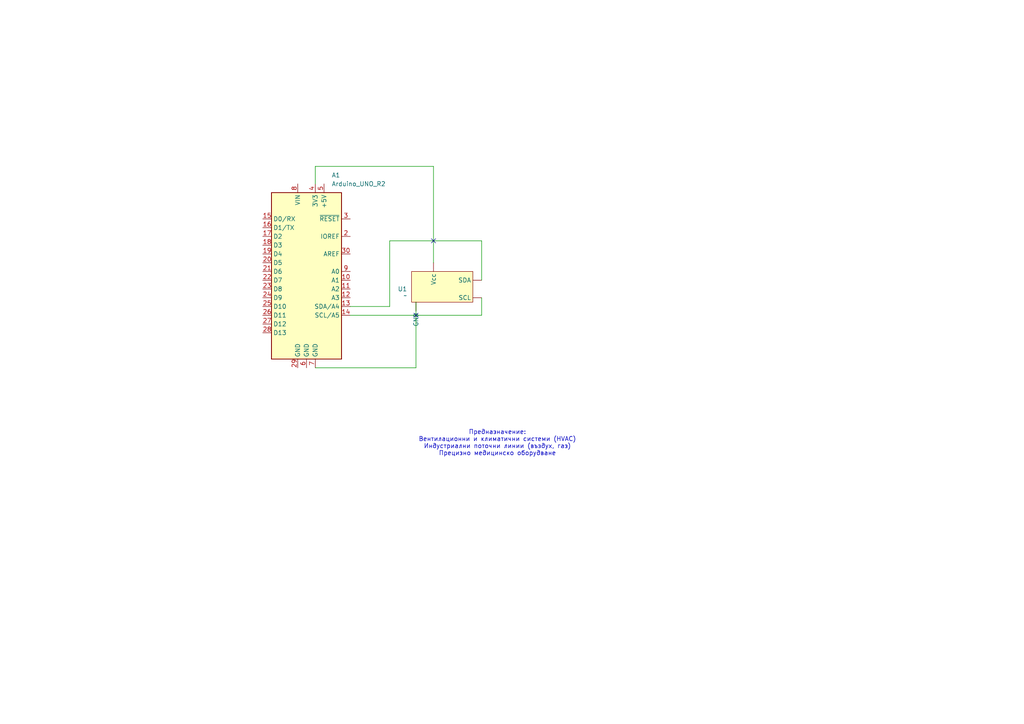
<source format=kicad_sch>
(kicad_sch
	(version 20231120)
	(generator "eeschema")
	(generator_version "8.0")
	(uuid "d28b7e38-9460-4563-8935-b3a234840019")
	(paper "A4")
	(lib_symbols
		(symbol "MCU_Module:Arduino_UNO_R2"
			(exclude_from_sim no)
			(in_bom yes)
			(on_board yes)
			(property "Reference" "A"
				(at -10.16 23.495 0)
				(effects
					(font
						(size 1.27 1.27)
					)
					(justify left bottom)
				)
			)
			(property "Value" "Arduino_UNO_R2"
				(at 5.08 -26.67 0)
				(effects
					(font
						(size 1.27 1.27)
					)
					(justify left top)
				)
			)
			(property "Footprint" "Module:Arduino_UNO_R2"
				(at 0 0 0)
				(effects
					(font
						(size 1.27 1.27)
						(italic yes)
					)
					(hide yes)
				)
			)
			(property "Datasheet" "https://www.arduino.cc/en/Main/arduinoBoardUno"
				(at 0 0 0)
				(effects
					(font
						(size 1.27 1.27)
					)
					(hide yes)
				)
			)
			(property "Description" "Arduino UNO Microcontroller Module, release 2"
				(at 0 0 0)
				(effects
					(font
						(size 1.27 1.27)
					)
					(hide yes)
				)
			)
			(property "ki_keywords" "Arduino UNO R3 Microcontroller Module Atmel AVR USB"
				(at 0 0 0)
				(effects
					(font
						(size 1.27 1.27)
					)
					(hide yes)
				)
			)
			(property "ki_fp_filters" "Arduino*UNO*R2*"
				(at 0 0 0)
				(effects
					(font
						(size 1.27 1.27)
					)
					(hide yes)
				)
			)
			(symbol "Arduino_UNO_R2_0_1"
				(rectangle
					(start -10.16 22.86)
					(end 10.16 -25.4)
					(stroke
						(width 0.254)
						(type default)
					)
					(fill
						(type background)
					)
				)
			)
			(symbol "Arduino_UNO_R2_1_1"
				(pin no_connect line
					(at -10.16 -20.32 0)
					(length 2.54) hide
					(name "NC"
						(effects
							(font
								(size 1.27 1.27)
							)
						)
					)
					(number "1"
						(effects
							(font
								(size 1.27 1.27)
							)
						)
					)
				)
				(pin bidirectional line
					(at 12.7 -2.54 180)
					(length 2.54)
					(name "A1"
						(effects
							(font
								(size 1.27 1.27)
							)
						)
					)
					(number "10"
						(effects
							(font
								(size 1.27 1.27)
							)
						)
					)
				)
				(pin bidirectional line
					(at 12.7 -5.08 180)
					(length 2.54)
					(name "A2"
						(effects
							(font
								(size 1.27 1.27)
							)
						)
					)
					(number "11"
						(effects
							(font
								(size 1.27 1.27)
							)
						)
					)
				)
				(pin bidirectional line
					(at 12.7 -7.62 180)
					(length 2.54)
					(name "A3"
						(effects
							(font
								(size 1.27 1.27)
							)
						)
					)
					(number "12"
						(effects
							(font
								(size 1.27 1.27)
							)
						)
					)
				)
				(pin bidirectional line
					(at 12.7 -10.16 180)
					(length 2.54)
					(name "SDA/A4"
						(effects
							(font
								(size 1.27 1.27)
							)
						)
					)
					(number "13"
						(effects
							(font
								(size 1.27 1.27)
							)
						)
					)
				)
				(pin bidirectional line
					(at 12.7 -12.7 180)
					(length 2.54)
					(name "SCL/A5"
						(effects
							(font
								(size 1.27 1.27)
							)
						)
					)
					(number "14"
						(effects
							(font
								(size 1.27 1.27)
							)
						)
					)
				)
				(pin bidirectional line
					(at -12.7 15.24 0)
					(length 2.54)
					(name "D0/RX"
						(effects
							(font
								(size 1.27 1.27)
							)
						)
					)
					(number "15"
						(effects
							(font
								(size 1.27 1.27)
							)
						)
					)
				)
				(pin bidirectional line
					(at -12.7 12.7 0)
					(length 2.54)
					(name "D1/TX"
						(effects
							(font
								(size 1.27 1.27)
							)
						)
					)
					(number "16"
						(effects
							(font
								(size 1.27 1.27)
							)
						)
					)
				)
				(pin bidirectional line
					(at -12.7 10.16 0)
					(length 2.54)
					(name "D2"
						(effects
							(font
								(size 1.27 1.27)
							)
						)
					)
					(number "17"
						(effects
							(font
								(size 1.27 1.27)
							)
						)
					)
				)
				(pin bidirectional line
					(at -12.7 7.62 0)
					(length 2.54)
					(name "D3"
						(effects
							(font
								(size 1.27 1.27)
							)
						)
					)
					(number "18"
						(effects
							(font
								(size 1.27 1.27)
							)
						)
					)
				)
				(pin bidirectional line
					(at -12.7 5.08 0)
					(length 2.54)
					(name "D4"
						(effects
							(font
								(size 1.27 1.27)
							)
						)
					)
					(number "19"
						(effects
							(font
								(size 1.27 1.27)
							)
						)
					)
				)
				(pin output line
					(at 12.7 10.16 180)
					(length 2.54)
					(name "IOREF"
						(effects
							(font
								(size 1.27 1.27)
							)
						)
					)
					(number "2"
						(effects
							(font
								(size 1.27 1.27)
							)
						)
					)
				)
				(pin bidirectional line
					(at -12.7 2.54 0)
					(length 2.54)
					(name "D5"
						(effects
							(font
								(size 1.27 1.27)
							)
						)
					)
					(number "20"
						(effects
							(font
								(size 1.27 1.27)
							)
						)
					)
				)
				(pin bidirectional line
					(at -12.7 0 0)
					(length 2.54)
					(name "D6"
						(effects
							(font
								(size 1.27 1.27)
							)
						)
					)
					(number "21"
						(effects
							(font
								(size 1.27 1.27)
							)
						)
					)
				)
				(pin bidirectional line
					(at -12.7 -2.54 0)
					(length 2.54)
					(name "D7"
						(effects
							(font
								(size 1.27 1.27)
							)
						)
					)
					(number "22"
						(effects
							(font
								(size 1.27 1.27)
							)
						)
					)
				)
				(pin bidirectional line
					(at -12.7 -5.08 0)
					(length 2.54)
					(name "D8"
						(effects
							(font
								(size 1.27 1.27)
							)
						)
					)
					(number "23"
						(effects
							(font
								(size 1.27 1.27)
							)
						)
					)
				)
				(pin bidirectional line
					(at -12.7 -7.62 0)
					(length 2.54)
					(name "D9"
						(effects
							(font
								(size 1.27 1.27)
							)
						)
					)
					(number "24"
						(effects
							(font
								(size 1.27 1.27)
							)
						)
					)
				)
				(pin bidirectional line
					(at -12.7 -10.16 0)
					(length 2.54)
					(name "D10"
						(effects
							(font
								(size 1.27 1.27)
							)
						)
					)
					(number "25"
						(effects
							(font
								(size 1.27 1.27)
							)
						)
					)
				)
				(pin bidirectional line
					(at -12.7 -12.7 0)
					(length 2.54)
					(name "D11"
						(effects
							(font
								(size 1.27 1.27)
							)
						)
					)
					(number "26"
						(effects
							(font
								(size 1.27 1.27)
							)
						)
					)
				)
				(pin bidirectional line
					(at -12.7 -15.24 0)
					(length 2.54)
					(name "D12"
						(effects
							(font
								(size 1.27 1.27)
							)
						)
					)
					(number "27"
						(effects
							(font
								(size 1.27 1.27)
							)
						)
					)
				)
				(pin bidirectional line
					(at -12.7 -17.78 0)
					(length 2.54)
					(name "D13"
						(effects
							(font
								(size 1.27 1.27)
							)
						)
					)
					(number "28"
						(effects
							(font
								(size 1.27 1.27)
							)
						)
					)
				)
				(pin power_in line
					(at -2.54 -27.94 90)
					(length 2.54)
					(name "GND"
						(effects
							(font
								(size 1.27 1.27)
							)
						)
					)
					(number "29"
						(effects
							(font
								(size 1.27 1.27)
							)
						)
					)
				)
				(pin input line
					(at 12.7 15.24 180)
					(length 2.54)
					(name "~{RESET}"
						(effects
							(font
								(size 1.27 1.27)
							)
						)
					)
					(number "3"
						(effects
							(font
								(size 1.27 1.27)
							)
						)
					)
				)
				(pin input line
					(at 12.7 5.08 180)
					(length 2.54)
					(name "AREF"
						(effects
							(font
								(size 1.27 1.27)
							)
						)
					)
					(number "30"
						(effects
							(font
								(size 1.27 1.27)
							)
						)
					)
				)
				(pin power_out line
					(at 2.54 25.4 270)
					(length 2.54)
					(name "3V3"
						(effects
							(font
								(size 1.27 1.27)
							)
						)
					)
					(number "4"
						(effects
							(font
								(size 1.27 1.27)
							)
						)
					)
				)
				(pin power_out line
					(at 5.08 25.4 270)
					(length 2.54)
					(name "+5V"
						(effects
							(font
								(size 1.27 1.27)
							)
						)
					)
					(number "5"
						(effects
							(font
								(size 1.27 1.27)
							)
						)
					)
				)
				(pin power_in line
					(at 0 -27.94 90)
					(length 2.54)
					(name "GND"
						(effects
							(font
								(size 1.27 1.27)
							)
						)
					)
					(number "6"
						(effects
							(font
								(size 1.27 1.27)
							)
						)
					)
				)
				(pin power_in line
					(at 2.54 -27.94 90)
					(length 2.54)
					(name "GND"
						(effects
							(font
								(size 1.27 1.27)
							)
						)
					)
					(number "7"
						(effects
							(font
								(size 1.27 1.27)
							)
						)
					)
				)
				(pin power_in line
					(at -2.54 25.4 270)
					(length 2.54)
					(name "VIN"
						(effects
							(font
								(size 1.27 1.27)
							)
						)
					)
					(number "8"
						(effects
							(font
								(size 1.27 1.27)
							)
						)
					)
				)
				(pin bidirectional line
					(at 12.7 0 180)
					(length 2.54)
					(name "A0"
						(effects
							(font
								(size 1.27 1.27)
							)
						)
					)
					(number "9"
						(effects
							(font
								(size 1.27 1.27)
							)
						)
					)
				)
			)
		)
		(symbol "sensor4:SPD800-500"
			(exclude_from_sim no)
			(in_bom yes)
			(on_board yes)
			(property "Reference" "U"
				(at -10.414 3.556 0)
				(effects
					(font
						(size 1.27 1.27)
					)
				)
			)
			(property "Value" ""
				(at -5.08 -5.08 0)
				(effects
					(font
						(size 1.27 1.27)
					)
				)
			)
			(property "Footprint" ""
				(at -5.08 -5.08 0)
				(effects
					(font
						(size 1.27 1.27)
					)
					(hide yes)
				)
			)
			(property "Datasheet" ""
				(at -5.08 -5.08 0)
				(effects
					(font
						(size 1.27 1.27)
					)
					(hide yes)
				)
			)
			(property "Description" ""
				(at -5.08 -5.08 0)
				(effects
					(font
						(size 1.27 1.27)
					)
					(hide yes)
				)
			)
			(symbol "SPD800-500_1_1"
				(rectangle
					(start -7.62 3.81)
					(end 10.16 -5.08)
					(stroke
						(width 0)
						(type default)
					)
					(fill
						(type background)
					)
				)
				(pin power_in line
					(at -6.35 -5.08 270)
					(length 2.54)
					(name "GND"
						(effects
							(font
								(size 1.27 1.27)
							)
						)
					)
					(number ""
						(effects
							(font
								(size 1.27 1.27)
							)
						)
					)
				)
				(pin bidirectional line
					(at 12.7 -3.81 180)
					(length 2.54)
					(name "SCL"
						(effects
							(font
								(size 1.27 1.27)
							)
						)
					)
					(number ""
						(effects
							(font
								(size 1.27 1.27)
							)
						)
					)
				)
				(pin bidirectional line
					(at 12.7 1.27 180)
					(length 2.54)
					(name "SDA"
						(effects
							(font
								(size 1.27 1.27)
							)
						)
					)
					(number ""
						(effects
							(font
								(size 1.27 1.27)
							)
						)
					)
				)
				(pin power_in line
					(at -1.27 6.35 270)
					(length 2.54)
					(name "Vcc"
						(effects
							(font
								(size 1.27 1.27)
							)
						)
					)
					(number ""
						(effects
							(font
								(size 1.27 1.27)
							)
						)
					)
				)
			)
		)
	)
	(no_connect
		(at 120.65 91.44)
		(uuid "13e80af6-0544-4b85-b8ce-c0458eb0ee33")
	)
	(no_connect
		(at 125.73 69.85)
		(uuid "9c956105-ad04-47bc-bae2-2edb05d3b843")
	)
	(wire
		(pts
			(xy 113.03 69.85) (xy 139.7 69.85)
		)
		(stroke
			(width 0)
			(type default)
		)
		(uuid "0d67f9eb-faaa-42af-91a2-963a2541ba37")
	)
	(wire
		(pts
			(xy 113.03 88.9) (xy 113.03 69.85)
		)
		(stroke
			(width 0)
			(type default)
		)
		(uuid "12e52f23-c585-4c13-ba6d-90c8535b8568")
	)
	(wire
		(pts
			(xy 139.7 69.85) (xy 139.7 81.28)
		)
		(stroke
			(width 0)
			(type default)
		)
		(uuid "2eee5647-72a6-493a-a398-d353f11b1df3")
	)
	(wire
		(pts
			(xy 125.73 48.26) (xy 125.73 76.2)
		)
		(stroke
			(width 0)
			(type default)
		)
		(uuid "4bcdce6d-8b91-480c-8f48-eb0582eeee4d")
	)
	(wire
		(pts
			(xy 91.44 106.68) (xy 120.65 106.68)
		)
		(stroke
			(width 0)
			(type default)
		)
		(uuid "4d568231-ed07-461b-bf07-fabde8380637")
	)
	(wire
		(pts
			(xy 101.6 91.44) (xy 139.7 91.44)
		)
		(stroke
			(width 0)
			(type default)
		)
		(uuid "6773ce23-e5ca-44ad-b375-42dd23f8dce4")
	)
	(wire
		(pts
			(xy 139.7 91.44) (xy 139.7 86.36)
		)
		(stroke
			(width 0)
			(type default)
		)
		(uuid "8ad5f6bc-93cc-4ce7-80f8-16491b15b98a")
	)
	(wire
		(pts
			(xy 101.6 88.9) (xy 113.03 88.9)
		)
		(stroke
			(width 0)
			(type default)
		)
		(uuid "b1be0fde-e0e8-44bc-b4f2-72986e65c715")
	)
	(wire
		(pts
			(xy 91.44 48.26) (xy 125.73 48.26)
		)
		(stroke
			(width 0)
			(type default)
		)
		(uuid "b53810bf-6e9c-4109-b0ce-64b1b9972226")
	)
	(wire
		(pts
			(xy 91.44 53.34) (xy 91.44 48.26)
		)
		(stroke
			(width 0)
			(type default)
		)
		(uuid "eb16a556-355e-4765-b197-b11ce3a32de1")
	)
	(wire
		(pts
			(xy 120.65 106.68) (xy 120.65 87.63)
		)
		(stroke
			(width 0)
			(type default)
		)
		(uuid "fa25551d-6fa4-4513-b43d-89796b2338f5")
	)
	(text "Предназначение:\nВентилационни и климатични системи (HVAC)\nИндустриални поточни линии (въздух, газ)\nПрецизно медицинско оборудване"
		(exclude_from_sim no)
		(at 144.272 128.524 0)
		(effects
			(font
				(size 1.27 1.27)
			)
		)
		(uuid "0d67a53d-61bd-41e5-b0a4-51d319380dd1")
	)
	(symbol
		(lib_id "sensor4:SPD800-500")
		(at 127 82.55 0)
		(unit 1)
		(exclude_from_sim no)
		(in_bom yes)
		(on_board yes)
		(dnp no)
		(fields_autoplaced yes)
		(uuid "1e1dbe8b-c6b6-4f11-b2cf-23c2a92b29b2")
		(property "Reference" "U1"
			(at 118.11 83.8199 0)
			(effects
				(font
					(size 1.27 1.27)
				)
				(justify right)
			)
		)
		(property "Value" "~"
			(at 118.11 85.725 0)
			(effects
				(font
					(size 1.27 1.27)
				)
				(justify right)
			)
		)
		(property "Footprint" ""
			(at 121.92 87.63 0)
			(effects
				(font
					(size 1.27 1.27)
				)
				(hide yes)
			)
		)
		(property "Datasheet" ""
			(at 121.92 87.63 0)
			(effects
				(font
					(size 1.27 1.27)
				)
				(hide yes)
			)
		)
		(property "Description" ""
			(at 121.92 87.63 0)
			(effects
				(font
					(size 1.27 1.27)
				)
				(hide yes)
			)
		)
		(pin ""
			(uuid "f6f5ba6a-2d2c-4455-b2b7-e92c0ac2854a")
		)
		(pin ""
			(uuid "7843bdce-324f-4bf3-ac43-ac35eb0b3af5")
		)
		(pin ""
			(uuid "cadf37d9-ea67-4da9-ac4d-9f0687aee1eb")
		)
		(pin ""
			(uuid "547833aa-414a-44c7-982c-cd7384952294")
		)
		(instances
			(project ""
				(path "/d28b7e38-9460-4563-8935-b3a234840019"
					(reference "U1")
					(unit 1)
				)
			)
		)
	)
	(symbol
		(lib_id "MCU_Module:Arduino_UNO_R2")
		(at 88.9 78.74 0)
		(unit 1)
		(exclude_from_sim no)
		(in_bom yes)
		(on_board yes)
		(dnp no)
		(fields_autoplaced yes)
		(uuid "57a52a3d-b367-4ed2-9468-09d13a03c1d6")
		(property "Reference" "A1"
			(at 96.1741 50.8 0)
			(effects
				(font
					(size 1.27 1.27)
				)
				(justify left)
			)
		)
		(property "Value" "Arduino_UNO_R2"
			(at 96.1741 53.34 0)
			(effects
				(font
					(size 1.27 1.27)
				)
				(justify left)
			)
		)
		(property "Footprint" "Module:Arduino_UNO_R2"
			(at 88.9 78.74 0)
			(effects
				(font
					(size 1.27 1.27)
					(italic yes)
				)
				(hide yes)
			)
		)
		(property "Datasheet" "https://www.arduino.cc/en/Main/arduinoBoardUno"
			(at 88.9 78.74 0)
			(effects
				(font
					(size 1.27 1.27)
				)
				(hide yes)
			)
		)
		(property "Description" "Arduino UNO Microcontroller Module, release 2"
			(at 88.9 78.74 0)
			(effects
				(font
					(size 1.27 1.27)
				)
				(hide yes)
			)
		)
		(pin "15"
			(uuid "8002d500-aa31-4204-824b-cd57d47182e8")
		)
		(pin "30"
			(uuid "a1de4823-e120-4d7c-85ec-61a0135c8eba")
		)
		(pin "8"
			(uuid "eb902305-c57e-4edb-a089-5a88606aaa6d")
		)
		(pin "5"
			(uuid "cba6f9c6-cc9e-4084-949e-af8c81143343")
		)
		(pin "2"
			(uuid "41d0fd87-bfdd-4cc8-a841-1d2057ec730e")
		)
		(pin "26"
			(uuid "2208fd76-6dfc-483b-9979-b2dc9fff0ab7")
		)
		(pin "16"
			(uuid "3653255c-5745-4fc0-8dcf-7ea370f6c2cb")
		)
		(pin "21"
			(uuid "bf46a866-f450-48c1-a795-091c39870f97")
		)
		(pin "14"
			(uuid "9d11cffc-c01d-4513-b2d5-6a7e5d75b788")
		)
		(pin "4"
			(uuid "cd0d7e52-8ab3-4097-8bd7-e8071e2bc1d0")
		)
		(pin "1"
			(uuid "af6b939b-6bb3-4f53-809e-0d7ce6946cdd")
		)
		(pin "22"
			(uuid "dfeb12ed-e82e-4fa5-bb29-c0860631d6ff")
		)
		(pin "28"
			(uuid "c0f61f0f-558d-4553-9a40-31b6a1cc949f")
		)
		(pin "11"
			(uuid "fab781fa-863f-4c5d-99e6-f86a455a792f")
		)
		(pin "29"
			(uuid "d38aae82-ad4a-4143-975d-67571fc5bf7e")
		)
		(pin "27"
			(uuid "5890050f-784d-48d3-b685-884a2036b1fb")
		)
		(pin "18"
			(uuid "69738787-0366-4a7b-9338-26a5dbcdb832")
		)
		(pin "7"
			(uuid "1d157f96-70cc-4a00-b60b-5f6f496d57fd")
		)
		(pin "20"
			(uuid "7ec09a31-e2cf-4e0f-b723-739e7c4c83a0")
		)
		(pin "9"
			(uuid "4dc85e49-56f0-4093-9810-94e21c1190b7")
		)
		(pin "24"
			(uuid "7d2fd1ef-1ac1-4178-aabc-18e6cb34ef22")
		)
		(pin "19"
			(uuid "5660d31a-021b-4c02-be97-7946318b94a1")
		)
		(pin "17"
			(uuid "e1306dd0-6638-4b5e-ab70-3271b37c65e7")
		)
		(pin "23"
			(uuid "1593b9ef-3557-4d38-ac6a-75c6553ee808")
		)
		(pin "25"
			(uuid "66f2f987-a8f8-47d9-8258-84bb64f8fc1c")
		)
		(pin "10"
			(uuid "c4cbbcb8-2b95-4688-8dd6-62138a3ec834")
		)
		(pin "12"
			(uuid "ac51fba4-7434-46fe-9ee9-70436b945ec8")
		)
		(pin "3"
			(uuid "32ec7810-adc0-4f42-ad05-6924dc95fc19")
		)
		(pin "6"
			(uuid "a86ce0ed-1360-4a16-928d-bd2aefeadc15")
		)
		(pin "13"
			(uuid "d55384da-beb6-485b-9f3e-0d9a89a34d6f")
		)
		(instances
			(project ""
				(path "/d28b7e38-9460-4563-8935-b3a234840019"
					(reference "A1")
					(unit 1)
				)
			)
		)
	)
	(sheet_instances
		(path "/"
			(page "1")
		)
	)
)

</source>
